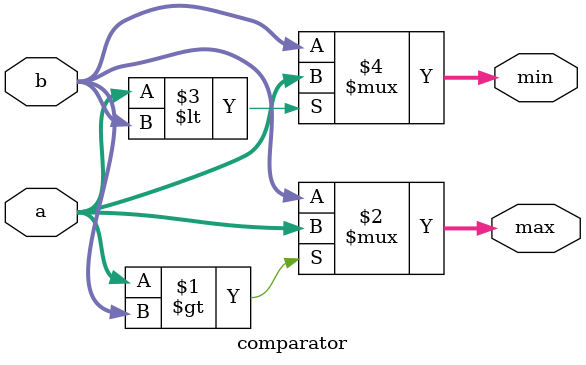
<source format=v>
module comparator (
    input signed [7:0] a, b,    // Hai giá trị cần so sánh
    output signed [7:0] max,    // Giá trị lớn nhất
    output signed [7:0] min     // Giá trị nhỏ nhất
);
    assign max = (a > b) ? a : b;
    assign min = (a < b) ? a : b;
endmodule
</source>
